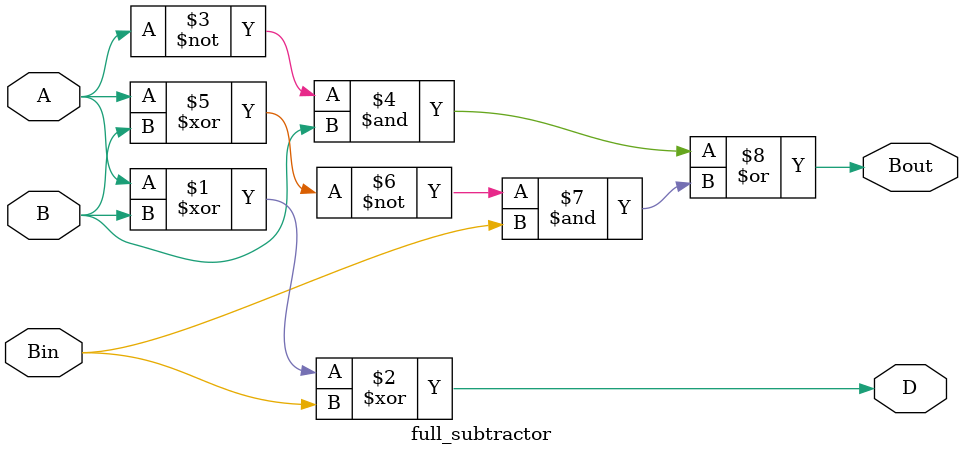
<source format=v>
module full_subtractor (
    input wire A,
    input wire B,
    input wire Bin,
    output wire D,
    output wire Bout
);

    // Difference bit
    assign D = A ^ B ^ Bin;

    // Borrow-out logic
    assign Bout = (~A & B) | ((~(A ^ B)) & Bin);

endmodule

</source>
